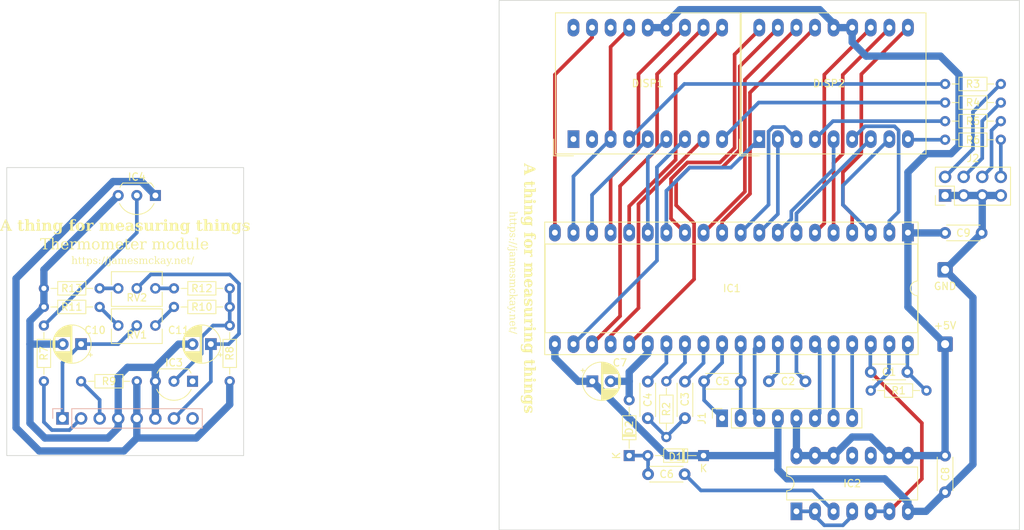
<source format=kicad_pcb>
(kicad_pcb (version 20221018) (generator pcbnew)
  (layers (0 "F.Cu" signal) (31 "B.Cu" signal) (34 "B.Paste" user) (35 "F.Paste" user) (36 "B.SilkS" user "B.Silkscreen") (37 "F.SilkS" user "F.Silkscreen") (38 "B.Mask" user) (39 "F.Mask" user) (44 "Edge.Cuts" user))
  (net 0 "")
  (net 1 "Net-(IC1-OSC3)")
  (net 2 "Net-(IC1-OSC1)")
  (net 3 "Net-(IC1-OSC2)")
  (net 4 "Net-(D2-A)")
  (net 5 "Net-(D1-A)")
  (net 6 "Net-(IC1-A-Z)")
  (net 7 "Net-(IC1-INT)")
  (net 8 "Net-(IC1-CREF-)")
  (net 9 "Net-(IC1-CREF+)")
  (net 10 "Net-(IC1-BUFF)")
  (net 11 "Net-(IC1-IN_HI)")
  (net 12 "Net-(IC1-IN_LO)")
  (net 13 "Net-(IC1-REF_HI)")
  (net 14 "Net-(IC3-K)")
  (net 15 "Net-(R10-Pad2)")
  (net 16 "Net-(R11-Pad1)")
  (net 17 "Net-(R12-Pad2)")
  (net 18 "Net-(R13-Pad1)")
  (net 19 "GND")
  (net 20 "+5V")
  (net 21 "Net-(J5-Pin_1)")
  (net 24 "Net-(DISP1-b1)")
  (net 25 "Net-(DISP1-dp1)")
  (net 26 "Net-(DISP1-d2)")
  (net 27 "Net-(DISP1-g2)")
  (net 28 "Net-(DISP1-c2)")
  (net 29 "Net-(DISP1-dp2)")
  (net 30 "Net-(DISP1-b2)")
  (net 31 "Net-(DISP1-a2)")
  (net 32 "Net-(DISP1-f2)")
  (net 34 "Net-(DISP1-g1)")
  (net 36 "Net-(DISP2-dp1)")
  (net 37 "Net-(IC1-COMMON)")
  (net 38 "Net-(IC1-REF_LO)")
  (net 39 "Net-(IC1-TEST)")
  (net 40 "Net-(J2-Pin_2)")
  (net 41 "Net-(J5-Pin_7)")
  (net 42 "Net-(DISP2-e1)")
  (net 43 "Net-(DISP2-d1)")
  (net 44 "Net-(DISP2-c1)")
  (net 45 "Net-(J2-Pin_4)")
  (net 46 "Net-(DISP2-e2)")
  (net 47 "Net-(DISP2-g2)")
  (net 48 "Net-(DISP2-c2)")
  (net 49 "Net-(DISP2-dp2)")
  (net 50 "Net-(DISP2-b2)")
  (net 51 "Net-(DISP2-a2)")
  (net 52 "Net-(DISP2-f2)")
  (net 53 "Net-(DISP2-b1)")
  (net 54 "Net-(DISP2-a1)")
  (net 55 "Net-(DISP2-g1)")
  (net 56 "Net-(DISP2-f1)")
  (net 57 "Net-(DISP1-e2)")
  (net 58 "Net-(DISP2-d2)")
  (net 59 "Net-(IC3-A)")
  (net 60 "Net-(IC2-Pad1)")
  (net 63 "Net-(IC4-+V_{S})")
  (net 64 "Net-(IC4-V_{OUT})")
  (net 65 "Net-(J5-Pin_2)")
  (net 66 "Net-(J2-Pin_6)")
  (net 67 "Net-(J2-Pin_8)")
  (net 69 "Net-(J5-Pin_3)")
  (net 70 "Net-(C3-Pad1)")
  (net 71 "Net-(C6-Pad2)")
  (footprint "Resistor_THT:R_Axial_DIN0204_L3.6mm_D1.6mm_P7.62mm_Horizontal" (layer "F.Cu") (at 80.01 78.74 180)
    (fp_text reference "R9")
    (fp_text value "27k" hide)
  )
  (footprint "Package_TO_SOT_THT:TO-92L_Inline_Wide" (layer "F.Cu") (at 82.55 53.34 180)
    (fp_text reference "IC4")
    (fp_text value "TMP36" hide)
  )
  (footprint "Resistor_THT:R_Axial_DIN0204_L3.6mm_D1.6mm_P7.62mm_Horizontal" (layer "F.Cu") (at 92.71 68.58 180)
    (fp_text reference "R10")
    (fp_text value "100k" hide)
  )
  (footprint "Connector_Wire:SolderWire-0.5sqmm_1x01_D0.9mm_OD2.1mm" (layer "F.Cu") (at 190.5 63.5)
    (fp_text reference "J4" hide)
    (fp_text value "GND")
  )
  (footprint "Capacitor_THT:C_Disc_D4.3mm_W1.9mm_P5.00mm" (layer "F.Cu") (at 180.34 77.47)
    (fp_text reference "C1")
    (fp_text value "100pF" hide)
  )
  (footprint "Package_DIP:DIP-14_W7.62mm_LongPads" (layer "F.Cu") (at 170.18 96.52 90)
    (fp_text reference "IC2")
    (fp_text value "4001" hide)
  )
  (footprint "Connector_PinSocket_2.54mm:PinSocket_1x08_P2.54mm_Vertical" (layer "F.Cu") (at 160.02 83.795 90)
    (fp_text reference "J1")
    (fp_text value "~" hide)
  )
  (footprint "Package_DIP:DIP-40_W15.24mm_Socket_LongPads" (layer "F.Cu") (at 185.42 58.42 -90)
    (fp_text reference "IC1")
    (fp_text value "ICL7107CPL" hide)
  )
  (footprint "Display_7Segment:DA56-11SURKWA" (layer "F.Cu") (at 139.7 45.6375 90)
    (fp_text reference "DISP1")
    (fp_text value "D512HDB" hide)
  )
  (footprint "Display_7Segment:DA56-11SURKWA" (layer "F.Cu") (at 165.1 45.6375 90)
    (fp_text reference "DISP2")
    (fp_text value "D512HDB" hide)
  )
  (footprint "MountingHole:MountingHole_3mm" (layer "F.Cu") (at 133.35 95.25)
    (fp_text reference "REF**" hide)
    (fp_text value "MountingHole_3mm" hide)
  )
  (footprint "Resistor_THT:R_Axial_DIN0204_L3.6mm_D1.6mm_P7.62mm_Horizontal" (layer "F.Cu") (at 190.5 40.64)
    (fp_text reference "R4")
    (fp_text value "620R" hide)
  )
  (footprint "Resistor_THT:R_Axial_DIN0204_L3.6mm_D1.6mm_P7.62mm_Horizontal" (layer "F.Cu") (at 92.71 66.04 180)
    (fp_text reference "R12")
    (fp_text value "20k" hide)
  )
  (footprint "Resistor_THT:R_Axial_DIN0204_L3.6mm_D1.6mm_P7.62mm_Horizontal" (layer "F.Cu") (at 198.12 38.1 180)
    (fp_text reference "R3")
    (fp_text value "620R" hide)
  )
  (footprint "Connector_PinHeader_2.54mm:PinHeader_2x04_P2.54mm_Vertical" (layer "F.Cu") (at 190.5 53.34 90)
    (fp_text reference "J2")
    (fp_text value "~")
  )
  (footprint "MountingHole:MountingHole_3mm" (layer "F.Cu") (at 196.85 95.25)
    (fp_text reference "REF**" hide)
    (fp_text value "MountingHole_3mm" hide)
  )
  (footprint "Capacitor_THT:CP_Radial_D5.0mm_P2.50mm" (layer "F.Cu") (at 90.13 73.66 180)
    (fp_text reference "C11")
    (fp_text value "1uF" hide)
  )
  (footprint "MountingHole:MountingHole_3mm" (layer "F.Cu") (at 180.325 53.34)
    (fp_text reference "REF**" hide)
    (fp_text value "MountingHole_3mm" hide)
  )
  (footprint "MountingHole:MountingHole_3mm" (layer "F.Cu") (at 157.48 53.34)
    (fp_text reference "REF**" hide)
    (fp_text value "MountingHole_3mm" hide)
  )
  (footprint "Capacitor_THT:CP_Radial_D5.0mm_P2.50mm" (layer "F.Cu") (at 72.39 73.66 180)
    (fp_text reference "C10")
    (fp_text value "1uF" hide)
  )
  (footprint "Capacitor_THT:C_Disc_D4.3mm_W1.9mm_P5.00mm" (layer "F.Cu") (at 149.9 91.44)
    (fp_text reference "C6")
    (fp_text value "47nF" hide)
  )
  (footprint "Resistor_THT:R_Axial_DIN0204_L3.6mm_D1.6mm_P7.62mm_Horizontal" (layer "F.Cu") (at 74.93 68.58 180)
    (fp_text reference "R11")
    (fp_text value "68k" hide)
  )
  (footprint "MountingHole:MountingHole_3mm" (layer "F.Cu") (at 196.85 30.48)
    (fp_text reference "REF**" hide)
    (fp_text value "MountingHole_3mm" hide)
  )
  (footprint "Potentiometer_THT:Potentiometer_Bourns_3266Y_Vertical" (layer "F.Cu") (at 82.55 66.04)
    (fp_text reference "RV2")
    (fp_text value "10k" hide)
  )
  (footprint "Diode_THT:D_DO-34_SOD68_P7.62mm_Horizontal" (layer "F.Cu") (at 157.48 88.9 180)
    (fp_text reference "D1")
    (fp_text value "1N4148" hide)
  )
  (footprint "MountingHole:MountingHole_3mm" (layer "F.Cu") (at 67.31 53.34)
    (fp_text reference "REF**" hide)
    (fp_text value "MountingHole_3mm" hide)
  )
  (footprint "Capacitor_THT:C_Disc_D4.3mm_W1.9mm_P5.00mm" (layer "F.Cu") (at 166.41 78.74)
    (fp_text reference "C2")
    (fp_text value "100nF" hide)
  )
  (footprint "Resistor_THT:R_Axial_DIN0204_L3.6mm_D1.6mm_P7.62mm_Horizontal" (layer "F.Cu") (at 74.93 66.04 180)
    (fp_text reference "R13")
    (fp_text value "100k" hide)
  )
  (footprint "Capacitor_THT:C_Disc_D4.3mm_W1.9mm_P5.00mm" (layer "F.Cu") (at 154.94 83.78 90)
    (fp_text reference "C3")
    (fp_text value "47nF" hide)
  )
  (footprint "Resistor_THT:R_Axial_DIN0204_L3.6mm_D1.6mm_P7.62mm_Horizontal" (layer "F.Cu") (at 67.31 71.12 -90)
    (fp_text reference "R7")
    (fp_text value "33k" hide)
  )
  (footprint "Capacitor_THT:C_Disc_D4.3mm_W1.9mm_P5.00mm" (layer "F.Cu") (at 149.86 83.78 90)
    (fp_text reference "C4")
    (fp_text value "220nF" hide)
  )
  (footprint "Diode_THT:D_DO-34_SOD68_P7.62mm_Horizontal" (layer "F.Cu") (at 147.32 88.9 90)
    (fp_text reference "D2")
    (fp_text value "1N4148" hide)
  )
  (footprint "Capacitor_THT:C_Disc_D4.3mm_W1.9mm_P5.00mm" (layer "F.Cu") (at 190.5 58.46)
    (fp_text reference "C9")
    (fp_text value "47nF" hide)
  )
  (footprint "Capacitor_THT:CP_Radial_D5.0mm_P2.50mm" (layer "F.Cu") (at 142.28 78.74)
    (fp_text reference "C7")
    (fp_text value "10uF" hide)
  )
  (footprint "Capacitor_THT:C_Disc_D4.3mm_W1.9mm_P5.00mm" (layer "F.Cu") (at 157.56 78.74)
    (fp_text reference "C5")
    (fp_text value "10nF" hide)
  )
  (footprint "Package_TO_SOT_THT:TO-92L_Inline_Wide" (layer "F.Cu") (at 87.63 78.74 180)
    (fp_text reference "IC3")
    (fp_text value "LM285Z-1.2" hide)
  )
  (footprint "Potentiometer_THT:Potentiometer_Bourns_3266Y_Vertical" (layer "F.Cu") (at 82.55 71.12)
    (fp_text reference "RV1")
    (fp_text value "10k" hide)
  )
  (footprint "MountingHole:MountingHole_3mm" (layer "F.Cu") (at 90.17 53.34)
    (fp_text reference "REF**" hide)
    (fp_text value "MountingHole_3mm" hide)
  )
  (footprint "MountingHole:MountingHole_3mm" (layer "F.Cu") (at 133.35 30.48)
    (fp_text reference "REF**" hide)
    (fp_text value "MountingHole_3mm" hide)
  )
  (footprint "Resistor_THT:R_Axial_DIN0204_L3.6mm_D1.6mm_P7.62mm_Horizontal" (layer "F.Cu") (at 190.5 45.72)
    (fp_text reference "R6")
    (fp_text value "620R" hide)
  )
  (footprint "Resistor_THT:R_Axial_DIN0204_L3.6mm_D1.6mm_P7.62mm_Horizontal" (layer "F.Cu") (at 92.71 78.74 90)
    (fp_text reference "R8")
    (fp_text value "150k" hide)
  )
  (footprint "Resistor_THT:R_Axial_DIN0204_L3.6mm_D1.6mm_P7.62mm_Horizontal" (layer "F.Cu") (at 152.4 78.74 -90)
    (fp_text reference "R2")
    (fp_text value "470k" hide)
  )
  (footprint "Resistor_THT:R_Axial_DIN0204_L3.6mm_D1.6mm_P7.62mm_Horizontal" (layer "F.Cu") (at 180.34 80.01)
    (fp_text reference "R1")
    (fp_text value "100k" hide)
  )
  (footprint "Capacitor_THT:C_Disc_D4.3mm_W1.9mm_P5.00mm" (layer "F.Cu") (at 190.5 88.9 -90)
    (fp_text reference "C8")
    (fp_text value "47nF" hide)
  )
  (footprint "Connector_Wire:SolderWire-0.5sqmm_1x01_D0.9mm_OD2.1mm" (layer "F.Cu") (at 190.5 73.66)
    (fp_text reference "J3" hide)
    (fp_text value "+5V")
  )
  (footprint "Resistor_THT:R_Axial_DIN0204_L3.6mm_D1.6mm_P7.62mm_Horizontal" (layer "F.Cu") (at 190.5 43.18)
    (fp_text reference "R5")
    (fp_text value "620R" hide)
  )
  (footprint "Connector_PinHeader_2.54mm:PinHeader_1x08_P2.54mm_Vertical" (layer "B.Cu") (at 69.85 83.82 -90)
    (fp_text reference "J5" hide)
    (fp_text value "~")
  )
  (gr_rect (start 129.54 26.67) (end 200.66 99.06) (stroke (width 0.1)) (fill none) (layer "Edge.Cuts"))
  (gr_rect (start 62.23 49.53) (end 94.615 88.9) (stroke (width 0.1)) (fill none) (layer "Edge.Cuts"))
  (gr_text "A thing for measuring things" (at 132.715 48.932167 -90) (layer "F.SilkS") (effects (font (size 1.5 1.5) (thickness 0.3) bold) (justify left bottom)))
  (gr_text "https://jamesmckay.net/" (at 71.050274 62.865) (layer "F.SilkS") (effects (font (size 1 1) (thickness 0.125)) (justify left bottom)))
  (gr_text "https://jamesmckay.net/" (at 130.81 55.492774 -90) (layer "F.SilkS") (effects (font (size 1 1) (thickness 0.125)) (justify left bottom)))
  (gr_text "Thermometer module" (at 78.32875 60.96) (layer "F.SilkS") (effects (font (size 1.5 1.5) (thickness 0.1875) italic) (justify bottom)))
  (gr_text "A thing for measuring things" (at 78.4225 58.42) (layer "F.SilkS") (effects (font (size 1.5 1.5) (thickness 0.3) bold) (justify bottom)))
  (segment (start 180.34 77.47) (end 187.325 84.455) (width 0.5) (layer "F.Cu") (net 1))
  (segment (start 187.325 92.075) (end 182.88 96.52) (width 0.5) (layer "F.Cu") (net 1))
  (segment (start 187.325 84.455) (end 187.325 92.075) (width 0.5) (layer "F.Cu") (net 1))
  (segment (start 180.2825 73.66) (end 180.2825 77.4125) (width 0.5) (layer "B.Cu") (net 1))
  (segment (start 180.34 96.52) (end 182.88 96.52) (width 0.5) (layer "B.Cu") (net 1))
  (segment (start 187.96 80.09) (end 185.34 77.47) (width 0.5) (layer "B.Cu") (net 2))
  (segment (start 185.34 73.6825) (end 185.34 77.47) (width 0.5) (layer "B.Cu") (net 2))
  (segment (start 182.8225 77.5275) (end 180.34 80.01) (width 0.5) (layer "B.Cu") (net 3))
  (segment (start 182.8225 73.66) (end 182.8225 77.5275) (width 0.5) (layer "B.Cu") (net 3))
  (segment (start 147.32 78.74) (end 147.32 77.47) (width 1) (layer "B.Cu") (net 4))
  (segment (start 144.78 78.74) (end 147.32 78.74) (width 1) (layer "B.Cu") (net 4))
  (segment (start 149.86 74.93) (end 149.86 73.66) (width 1) (layer "B.Cu") (net 4))
  (segment (start 147.32 81.28) (end 147.32 78.74) (width 1) (layer "B.Cu") (net 4))
  (segment (start 147.32 77.47) (end 149.86 74.93) (width 1) (layer "B.Cu") (net 4))
  (segment (start 149.9 91.44) (end 149.9 88.94) (width 0.5) (layer "B.Cu") (net 5))
  (segment (start 147.32 88.9) (end 149.86 88.9) (width 0.5) (layer "B.Cu") (net 5))
  (segment (start 154.94 78.78) (end 157.48 76.24) (width 0.5) (layer "B.Cu") (net 6))
  (segment (start 157.48 76.24) (end 157.48 73.66) (width 0.5) (layer "B.Cu") (net 6))
  (segment (start 149.86 78.78) (end 152.4 76.24) (width 0.5) (layer "B.Cu") (net 7))
  (segment (start 152.4 76.24) (end 152.4 73.66) (width 0.5) (layer "B.Cu") (net 7))
  (segment (start 167.64 73.66) (end 167.64 77.51) (width 0.5) (layer "B.Cu") (net 8))
  (segment (start 167.64 77.51) (end 166.41 78.74) (width 0.5) (layer "B.Cu") (net 8))
  (segment (start 170.18 77.508125) (end 171.41 78.738125) (width 0.5) (layer "B.Cu") (net 9))
  (segment (start 170.18 73.7325) (end 170.18 77.508125) (width 0.5) (layer "B.Cu") (net 9))
  (segment (start 152.4 78.74) (end 154.94 76.2) (width 0.5) (layer "B.Cu") (net 10))
  (segment (start 154.94 76.2) (end 154.94 73.66) (width 0.5) (layer "B.Cu") (net 10))
  (segment (start 162.56 73.66) (end 162.56 83.795) (width 0.5) (layer "B.Cu") (net 11))
  (segment (start 160.02 76.2) (end 157.56 78.66) (width 0.5) (layer "B.Cu") (net 12))
  (segment (start 160.02 73.66) (end 160.02 76.2) (width 0.5) (layer "B.Cu") (net 12))
  (segment (start 157.56 78.66) (end 157.56 81.335) (width 0.5) (layer "B.Cu") (net 12))
  (segment (start 157.56 81.335) (end 160.02 83.795) (width 0.5) (layer "B.Cu") (net 12))
  (segment (start 175.26 73.66) (end 175.26 83.7375) (width 0.5) (layer "B.Cu") (net 13))
  (segment (start 85.09 78.74) (end 88.88 74.95) (width 0.5) (layer "B.Cu") (net 14))
  (segment (start 90.433604 71.12) (end 92.435 71.12) (width 0.5) (layer "B.Cu") (net 14))
  (segment (start 88.88 72.673604) (end 90.433604 71.12) (width 0.5) (layer "B.Cu") (net 14))
  (segment (start 92.71 66.04) (end 92.71 71.12) (width 0.5) (layer "B.Cu") (net 14))
  (segment (start 88.88 74.95) (end 88.88 72.673604) (width 0.5) (layer "B.Cu") (net 14))
  (segment (start 82.55 71.12) (end 85.09 68.58) (width 0.5) (layer "B.Cu") (net 15))
  (segment (start 77.47 71.12) (end 74.93 68.58) (width 0.5) (layer "B.Cu") (net 16))
  (segment (start 82.55 66.04) (end 85.09 66.04) (width 0.5) (layer "B.Cu") (net 17))
  (segment (start 74.93 66.04) (end 77.47 66.04) (width 0.5) (layer "B.Cu") (net 18))
  (segment (start 195.58 53.34) (end 195.58 58.38) (width 1) (layer "B.Cu") (net 19))
  (segment (start 187.88 96.52) (end 190.5 93.9) (width 1) (layer "B.Cu") (net 19))
  (segment (start 157.48 88.9) (end 152.44 88.9) (width 1) (layer "B.Cu") (net 19))
  (segment (start 185.42 96.52) (end 185.42 95.25) (width 1) (layer "B.Cu") (net 19))
  (segment (start 194.31 67.31) (end 194.31 90.09) (width 1) (layer "B.Cu") (net 19))
  (segment (start 142.28 78.74) (end 140.335 78.74) (width 1) (layer "B.Cu") (net 19))
  (segment (start 167.64 88.9) (end 167.64 83.795) (width 1) (layer "B.Cu") (net 19))
  (segment (start 167.64 90.805) (end 167.64 88.9) (width 1) (layer "B.Cu") (net 19))
  (segment (start 137.16 75.565) (end 137.16 73.66) (width 1) (layer "B.Cu") (net 19))
  (segment (start 185.42 95.25) (end 182.245 92.075) (width 1) (layer "B.Cu") (net 19))
  (segment (start 195.5 58.5) (end 190.5 63.5) (width 1) (layer "B.Cu") (net 19))
  (segment (start 140.335 78.74) (end 137.16 75.565) (width 1) (layer "B.Cu") (net 19))
  (segment (start 185.42 96.52) (end 187.88 96.52) (width 1) (layer "B.Cu") (net 19))
  (segment (start 190.5 63.5) (end 194.31 67.31) (width 1) (layer "B.Cu") (net 19))
  (segment (start 157.48 88.9) (end 167.64 88.9) (width 1) (layer "B.Cu") (net 19))
  (segment (start 190.5 53.34) (end 198.12 53.34) (width 1) (layer "B.Cu") (net 19))
  (segment (start 168.91 92.075) (end 167.64 90.805) (width 1) (layer "B.Cu") (net 19))
  (segment (start 152.44 88.9) (end 142.28 78.74) (width 1) (layer "B.Cu") (net 19))
  (segment (start 194.31 90.09) (end 190.5 93.9) (width 1) (layer "B.Cu") (net 19))
  (segment (start 182.245 92.075) (end 168.91 92.075) (width 1) (layer "B.Cu") (net 19))
  (segment (start 185.42 88.9) (end 190.5 88.9) (width 1) (layer "B.Cu") (net 20))
  (segment (start 187.96 47.625) (end 185.42 50.165) (width 1) (layer "B.Cu") (net 20))
  (segment (start 177.8 32.385) (end 179.705 34.29) (width 1) (layer "B.Cu") (net 20))
  (segment (start 177.8 86.36) (end 180.34 86.36) (width 1) (layer "B.Cu") (net 20))
  (segment (start 192.405 36.83) (end 192.405 46.532024) (width 1) (layer "B.Cu") (net 20))
  (segment (start 190.5 73.66) (end 185.42 68.58) (width 1) (layer "B.Cu") (net 20))
  (segment (start 185.42 68.58) (end 185.42 58.42) (width 1) (layer "B.Cu") (net 20))
  (segment (start 185.46 58.46) (end 190.5 58.46) (width 1) (layer "B.Cu") (net 20))
  (segment (start 192.405 46.532024) (end 191.312024 47.625) (width 1) (layer "B.Cu") (net 20))
  (segment (start 180.34 86.36) (end 182.88 88.9) (width 1) (layer "B.Cu") (net 20))
  (segment (start 175.26 88.9) (end 177.8 86.36) (width 1) (layer "B.Cu") (net 20))
  (segment (start 170.18 88.9) (end 175.26 88.9) (width 1) (layer "B.Cu") (net 20))
  (segment (start 173.355 27.94) (end 175.26 29.845) (width 1) (layer "B.Cu") (net 20))
  (segment (start 185.42 50.165) (end 185.42 58.42) (width 1) (layer "B.Cu") (net 20))
  (segment (start 189.865 34.29) (end 192.405 36.83) (width 1) (layer "B.Cu") (net 20))
  (segment (start 179.705 34.29) (end 189.865 34.29) (width 1) (layer "B.Cu") (net 20))
  (segment (start 182.88 88.9) (end 185.42 88.9) (width 1) (layer "B.Cu") (net 20))
  (segment (start 190.5 73.66) (end 190.5 88.9) (width 1) (layer "B.Cu") (net 20))
  (segment (start 177.8 30.3975) (end 177.8 32.385) (width 1) (layer "B.Cu") (net 20))
  (segment (start 154.26375 27.94) (end 173.355 27.94) (width 1) (layer "B.Cu") (net 20))
  (segment (start 152.4 29.80375) (end 154.26375 27.94) (width 1) (layer "B.Cu") (net 20))
  (segment (start 149.86 30.3975) (end 152.4 30.3975) (width 1) (layer "B.Cu") (net 20))
  (segment (start 170.18 83.795) (end 170.18 88.9) (width 1) (layer "B.Cu") (net 20))
  (segment (start 191.312024 47.625) (end 187.96 47.625) (width 1) (layer "B.Cu") (net 20))
  (segment (start 175.26 30.3975) (end 177.8 30.3975) (width 1) (layer "B.Cu") (net 20))
  (segment (start 69.85 76.2) (end 69.85 83.82) (width 0.5) (layer "B.Cu") (net 21))
  (segment (start 77.47 73.66) (end 72.39 73.66) (width 0.5) (layer "B.Cu") (net 21))
  (segment (start 72.39 73.66) (end 69.85 76.2) (width 0.5) (layer "B.Cu") (net 21))
  (segment (start 80.01 71.12) (end 77.47 73.66) (width 0.5) (layer "B.Cu") (net 21))
  (segment (start 144.78 33.02) (end 144.78 44.45) (width 0.5) (layer "F.Cu") (net 24))
  (segment (start 147.32 30.48) (end 144.78 33.02) (width 0.5) (layer "F.Cu") (net 24))
  (segment (start 139.7 58.42) (end 139.7 50.7175) (width 0.5) (layer "B.Cu") (net 24))
  (segment (start 139.7 50.7175) (end 144.78 45.6375) (width 0.5) (layer "B.Cu") (net 24))
  (segment (start 154.8575 38.1) (end 147.32 45.6375) (width 0.5) (layer "B.Cu") (net 25))
  (segment (start 190.5 38.1) (end 154.8575 38.1) (width 0.5) (layer "B.Cu") (net 25))
  (segment (start 149.86 48.1775) (end 149.86 58.42) (width 0.5) (layer "B.Cu") (net 26))
  (segment (start 152.4 45.6375) (end 149.86 48.1775) (width 0.5) (layer "B.Cu") (net 26))
  (segment (start 151.11 49.4675) (end 151.11 62.25) (width 0.5) (layer "B.Cu") (net 27))
  (segment (start 154.94 45.6375) (end 151.11 49.4675) (width 0.5) (layer "B.Cu") (net 27))
  (segment (start 151.11 62.25) (end 139.7 73.66) (width 0.5) (layer "B.Cu") (net 27))
  (segment (start 144.78 72.54875) (end 144.78 73.66) (width 0.5) (layer "F.Cu") (net 28))
  (segment (start 148.59 54.5275) (end 148.59 68.73875) (width 0.5) (layer "F.Cu") (net 28))
  (segment (start 157.48 45.6375) (end 148.59 54.5275) (width 0.5) (layer "F.Cu") (net 28))
  (segment (start 148.59 68.73875) (end 144.78 72.54875) (width 0.5) (layer "F.Cu") (net 28))
  (segment (start 160.02 45.6375) (end 165.0175 40.64) (width 0.5) (layer "B.Cu") (net 29))
  (segment (start 165.0175 40.64) (end 190.5 40.64) (width 0.5) (layer "B.Cu") (net 29))
  (segment (start 147.32 54.80755) (end 153.67 48.45755) (width 0.5) (layer "F.Cu") (net 30))
  (segment (start 147.32 58.42) (end 147.32 54.80755) (width 0.5) (layer "F.Cu") (net 30))
  (segment (start 153.67 48.45755) (end 153.67 36.7475) (width 0.5) (layer "F.Cu") (net 30))
  (segment (start 153.67 36.7475) (end 160.02 30.3975) (width 0.5) (layer "F.Cu") (net 30))
  (segment (start 151.13 46.99) (end 151.13 36.7475) (width 0.5) (layer "F.Cu") (net 31))
  (segment (start 146.07 69.83) (end 146.07 52.05) (width 0.5) (layer "F.Cu") (net 31))
  (segment (start 142.24 73.66) (end 146.07 69.83) (width 0.5) (layer "F.Cu") (net 31))
  (segment (start 146.07 52.05) (end 151.13 46.99) (width 0.5) (layer "F.Cu") (net 31))
  (segment (start 151.13 36.7475) (end 157.48 30.3975) (width 0.5) (layer "F.Cu") (net 31))
  (segment (start 144.78 50.8) (end 144.78 58.42) (width 0.5) (layer "F.Cu") (net 32))
  (segment (start 154.94 30.3975) (end 148.59 36.7475) (width 0.5) (layer "F.Cu") (net 32))
  (segment (start 148.59 46.99) (end 144.78 50.8) (width 0.5) (layer "F.Cu") (net 32))
  (segment (start 148.59 36.7475) (end 148.59 46.99) (width 0.5) (layer "F.Cu") (net 32))
  (segment (start 142.24 31.75) (end 137.16 36.83) (width 0.5) (layer "F.Cu") (net 34))
  (segment (start 142.24 30.3975) (end 142.24 31.75) (width 0.5) (layer "F.Cu") (net 34))
  (segment (start 137.16 36.83) (end 137.16 58.42) (width 0.5) (layer "F.Cu") (net 34))
  (segment (start 175.1775 43.18) (end 172.72 45.6375) (width 0.5) (layer "B.Cu") (net 36))
  (segment (start 175.1775 43.18) (end 190.5 43.18) (width 0.5) (layer "B.Cu") (net 36))
  (segment (start 164.465 74.295) (end 164.465 83.16) (width 0.5) (layer "B.Cu") (net 37))
  (segment (start 165.1 73.66) (end 164.465 74.295) (width 0.5) (layer "B.Cu") (net 37))
  (segment (start 164.465 83.16) (end 165.1 83.795) (width 0.5) (layer "B.Cu") (net 37))
  (segment (start 173.355 74.295) (end 173.355 83.1025) (width 0.5) (layer "B.Cu") (net 38))
  (segment (start 172.72 73.66) (end 173.355 74.295) (width 0.5) (layer "B.Cu") (net 38))
  (segment (start 173.355 83.1025) (end 172.6625 83.795) (width 0.5) (layer "B.Cu") (net 38))
  (segment (start 177.8 73.7325) (end 177.8 83.7375) (width 0.5) (layer "B.Cu") (net 39))
  (segment (start 190.5 50.8) (end 194.31 46.99) (width 0.5) (layer "B.Cu") (net 40))
  (segment (start 194.31 41.91) (end 198.12 38.1) (width 0.5) (layer "B.Cu") (net 40))
  (segment (start 194.31 46.99) (end 194.31 41.91) (width 0.5) (layer "B.Cu") (net 40))
  (segment (start 90.13 73.66) (end 90.13 78.78) (width 0.5) (layer "B.Cu") (net 41))
  (segment (start 90.13 78.78) (end 85.09 83.82) (width 0.5) (layer "B.Cu") (net 41))
  (segment (start 81.915 64.135) (end 92.71 64.135) (width 0.5) (layer "B.Cu") (net 41))
  (segment (start 92.71 64.135) (end 93.98 65.405) (width 0.5) (layer "B.Cu") (net 41))
  (segment (start 93.98 65.405) (end 93.98 72.24977) (width 0.5) (layer "B.Cu") (net 41))
  (segment (start 92.56977 73.66) (end 90.13 73.66) (width 0.5) (layer "B.Cu") (net 41))
  (segment (start 93.98 72.24977) (end 92.56977 73.66) (width 0.5) (layer "B.Cu") (net 41))
  (segment (start 80.01 66.04) (end 81.915 64.135) (width 0.5) (layer "B.Cu") (net 41))
  (segment (start 152.4 52.705) (end 155.575 49.53) (width 0.5) (layer "B.Cu") (net 42))
  (segment (start 152.4 58.42) (end 152.4 52.705) (width 0.5) (layer "B.Cu") (net 42))
  (segment (start 161.2075 49.53) (end 165.1 45.6375) (width 0.5) (layer "B.Cu") (net 42))
  (segment (start 155.575 49.53) (end 161.2075 49.53) (width 0.5) (layer "B.Cu") (net 42))
  (segment (start 167.64 55.88) (end 165.1 58.42) (width 0.5) (layer "B.Cu") (net 43))
  (segment (start 167.64 45.6375) (end 167.64 55.88) (width 0.5) (layer "B.Cu") (net 43))
  (segment (start 162.56 58.42) (end 166.37 54.61) (width 0.5) (layer "B.Cu") (net 44))
  (segment (start 166.980923 43.9875) (end 168.53 43.9875) (width 0.5) (layer "B.Cu") (net 44))
  (segment (start 168.53 43.9875) (end 170.18 45.6375) (width 0.5) (layer "B.Cu") (net 44))
  (segment (start 166.37 54.61) (end 166.37 44.598423) (width 0.5) (layer "B.Cu") (net 44))
  (segment (start 166.37 44.598423) (end 166.980923 43.9875) (width 0.5) (layer "B.Cu") (net 44))
  (segment (start 195.58 48.26) (end 195.58 43.18) (width 0.5) (layer "B.Cu") (net 45))
  (segment (start 193.04 50.8) (end 195.58 48.26) (width 0.5) (layer "B.Cu") (net 45))
  (segment (start 195.58 43.18) (end 198.12 40.64) (width 0.5) (layer "B.Cu") (net 45))
  (segment (start 169.48 56.58) (end 169.48 55.50755) (width 0.5) (layer "B.Cu") (net 46))
  (segment (start 169.48 55.50755) (end 175.26 49.72755) (width 0.5) (layer "B.Cu") (net 46))
  (segment (start 175.26 49.72755) (end 175.26 45.6375) (width 0.5) (layer "B.Cu") (net 46))
  (segment (start 167.64 58.42) (end 169.48 56.58) (width 0.5) (layer "B.Cu") (net 46))
  (segment (start 170.18 58.42) (end 170.18 55.7975) (width 0.5) (layer "B.Cu") (net 47))
  (segment (start 170.18 55.7975) (end 180.34 45.6375) (width 0.5) (layer "B.Cu") (net 47))
  (segment (start 176.53 51.9875) (end 176.53 54.61) (width 0.5) (layer "B.Cu") (net 48))
  (segment (start 182.88 45.6375) (end 176.53 51.9875) (width 0.5) (layer "B.Cu") (net 48))
  (segment (start 176.53 54.61) (end 180.34 58.42) (width 0.5) (layer "B.Cu") (net 48))
  (segment (start 185.42 45.72) (end 190.5 45.72) (width 0.5) (layer "B.Cu") (net 49))
  (segment (start 176.53 54.61) (end 176.53 50.165) (width 0.5) (layer "F.Cu") (net 50))
  (segment (start 177.8 58.42) (end 177.8 55.88) (width 0.5) (layer "F.Cu") (net 50))
  (segment (start 179.05 36.7675) (end 185.42 30.3975) (width 0.5) (layer "F.Cu") (net 50))
  (segment (start 177.8 55.88) (end 176.53 54.61) (width 0.5) (layer "F.Cu") (net 50))
  (segment (start 176.53 50.165) (end 179.05 47.645) (width 0.5) (layer "F.Cu") (net 50))
  (segment (start 179.05 47.645) (end 179.05 36.7675) (width 0.5) (layer "F.Cu") (net 50))
  (segment (start 175.26 48.895) (end 175.26 58.42) (width 0.5) (layer "F.Cu") (net 51))
  (segment (start 176.51 47.645) (end 175.26 48.895) (width 0.5) (layer "F.Cu") (net 51))
  (segment (start 176.51 36.85) (end 176.51 47.645) (width 0.5) (layer "F.Cu") (net 51))
  (segment (start 182.88 30.48) (end 176.51 36.85) (width 0.5) (layer "F.Cu") (net 51))
  (segment (start 173.99 57.15) (end 172.72 58.42) (width 0.5) (layer "F.Cu") (net 52))
  (segment (start 173.99 36.83) (end 173.99 57.15) (width 0.5) (layer "F.Cu") (net 52))
  (segment (start 180.34 30.48) (end 173.99 36.83) (width 0.5) (layer "F.Cu") (net 52))
  (segment (start 160.02 56.919598) (end 160.02 58.42) (width 0.5) (layer "F.Cu") (net 53))
  (segment (start 163.83 53.109598) (end 160.02 56.919598) (width 0.5) (layer "F.Cu") (net 53))
  (segment (start 163.83 39.2875) (end 163.83 53.109598) (width 0.5) (layer "F.Cu") (net 53))
  (segment (start 172.72 30.3975) (end 163.83 39.2875) (width 0.5) (layer "F.Cu") (net 53))
  (segment (start 163.13 37.53) (end 163.13 52.819648) (width 0.5) (layer "F.Cu") (net 54))
  (segment (start 163.13 52.819648) (end 157.529648 58.42) (width 0.5) (layer "F.Cu") (net 54))
  (segment (start 170.18 30.48) (end 163.13 37.53) (width 0.5) (layer "F.Cu") (net 54))
  (segment (start 153.735 51.3624) (end 153.735 54.675) (width 0.5) (layer "F.Cu") (net 55))
  (segment (start 155.5674 49.53) (end 153.735 51.3624) (width 0.5) (layer "F.Cu") (net 55))
  (segment (start 153.735 54.675) (end 156.19 57.13) (width 0.5) (layer "F.Cu") (net 55))
  (segment (start 156.19 64.79) (end 147.32 73.66) (width 0.5) (layer "F.Cu") (net 55))
  (segment (start 156.19 57.13) (end 156.19 64.79) (width 0.5) (layer "F.Cu") (net 55))
  (segment (start 162.43 35.69) (end 162.43 47.12) (width 0.5) (layer "F.Cu") (net 55))
  (segment (start 167.64 30.48) (end 162.43 35.69) (width 0.5) (layer "F.Cu") (net 55))
  (segment (start 162.43 47.12) (end 160.02 49.53) (width 0.5) (layer "F.Cu") (net 55))
  (segment (start 160.02 49.53) (end 155.5674 49.53) (width 0.5) (layer "F.Cu") (net 55))
  (segment (start 153.035 51.07245) (end 153.035 56.515) (width 0.5) (layer "F.Cu") (net 56))
  (segment (start 161.73 46.83005) (end 159.73005 48.83) (width 0.5) (layer "F.Cu") (net 56))
  (segment (start 153.035 56.515) (end 154.94 58.42) (width 0.5) (layer "F.Cu") (net 56))
  (segment (start 159.73005 48.83) (end 155.27745 48.83) (width 0.5) (layer "F.Cu") (net 56))
  (segment (start 161.73 34.05515) (end 161.73 46.83005) (width 0.5) (layer "F.Cu") (net 56))
  (segment (start 155.27745 48.83) (end 153.035 51.07245) (width 0.5) (layer "F.Cu") (net 56))
  (segment (start 165.1 30.68515) (end 161.73 34.05515) (width 0.5) (layer "F.Cu") (net 56))
  (segment (start 142.24 58.42) (end 142.24 53.2575) (width 0.5) (layer "B.Cu") (net 57))
  (segment (start 142.24 53.2575) (end 149.86 45.6375) (width 0.5) (layer "B.Cu") (net 57))
  (segment (start 184.15 55.5625) (end 184.15 44.45) (width 0.5) (layer "B.Cu") (net 58))
  (segment (start 182.88 58.42) (end 182.88 56.8325) (width 0.5) (layer "B.Cu") (net 58))
  (segment (start 183.58 43.88) (end 179.5575 43.88) (width 0.5) (layer "B.Cu") (net 58))
  (segment (start 182.88 56.8325) (end 184.15 55.5625) (width 0.5) (layer "B.Cu") (net 58))
  (segment (start 184.15 44.45) (end 183.58 43.88) (width 0.5) (layer "B.Cu") (net 58))
  (segment (start 179.5575 43.88) (end 177.8 45.6375) (width 0.5) (layer "B.Cu") (net 58))
  (segment (start 82.55 77.345104) (end 82.55 83.82) (width 1) (layer "B.Cu") (net 59))
  (segment (start 65.405 73.66) (end 65.405 84.455) (width 1) (layer "B.Cu") (net 59))
  (segment (start 67.31 68.58) (end 65.405 70.485) (width 1) (layer "B.Cu") (net 59))
  (segment (start 77.47 85.09) (end 77.47 83.82) (width 1) (layer "B.Cu") (net 59))
  (segment (start 82.55 78.74) (end 82.55 77.345104) (width 1) (layer "B.Cu") (net 59))
  (segment (start 67.31 68.58) (end 67.31 66.04) (width 1) (layer "B.Cu") (net 59))
  (segment (start 69.89 73.66) (end 65.405 73.66) (width 1) (layer "B.Cu") (net 59))
  (segment (start 85.725 73.66) (end 87.63 73.66) (width 1) (layer "B.Cu") (net 59))
  (segment (start 77.47 83.82) (end 77.47 78.105) (width 1) (layer "B.Cu") (net 59))
  (segment (start 82.55 76.835) (end 85.725 73.66) (width 1) (layer "B.Cu") (net 59))
  (segment (start 82.55 77.345104) (end 82.55 76.835) (width 1) (layer "B.Cu") (net 59))
  (segment (start 67.31 63.5) (end 77.47 53.34) (width 1) (layer "B.Cu") (net 59))
  (segment (start 76.065 86.495) (end 77.47 85.09) (width 1) (layer "B.Cu") (net 59))
  (segment (start 67.31 66.04) (end 67.31 63.5) (width 1) (layer "B.Cu") (net 59))
  (segment (start 65.405 84.455) (end 67.445 86.495) (width 1) (layer "B.Cu") (net 59))
  (segment (start 77.47 78.105) (end 78.74 76.835) (width 1) (layer "B.Cu") (net 59))
  (segment (start 78.74 76.835) (end 82.55 76.835) (width 1) (layer "B.Cu") (net 59))
  (segment (start 65.405 70.485) (end 65.405 73.66) (width 1) (layer "B.Cu") (net 59))
  (segment (start 67.445 86.495) (end 76.065 86.495) (width 1) (layer "B.Cu") (net 59))
  (segment (start 170.18 96.52) (end 172.72 96.52) (width 0.5) (layer "B.Cu") (net 60))
  (segment (start 176.53 98.425) (end 173.99 98.425) (width 0.5) (layer "B.Cu") (net 60))
  (segment (start 177.8 97.155) (end 176.53 98.425) (width 0.5) (layer "B.Cu") (net 60))
  (segment (start 173.99 98.425) (end 172.72 97.155) (width 0.5) (layer "B.Cu") (net 60))
  (segment (start 80.01 86.495) (end 88.13 86.495) (width 1) (layer "B.Cu") (net 63))
  (segment (start 76.765529 51.435) (end 80.645 51.435) (width 1) (layer "B.Cu") (net 63))
  (segment (start 80.01 78.74) (end 80.01 83.86) (width 1) (layer "B.Cu") (net 63))
  (segment (start 63.5 64.700529) (end 76.765529 51.435) (width 1) (layer "B.Cu") (net 63))
  (segment (start 80.645 51.435) (end 82.55 53.34) (width 1) (layer "B.Cu") (net 63))
  (segment (start 80.01 86.495) (end 78.24 88.265) (width 1) (layer "B.Cu") (net 63))
  (segment (start 88.13 86.495) (end 92.71 81.915) (width 1) (layer "B.Cu") (net 63))
  (segment (start 80.01 83.82) (end 80.01 86.495) (width 1) (layer "B.Cu") (net 63))
  (segment (start 92.71 81.915) (end 92.71 78.74) (width 1) (layer "B.Cu") (net 63))
  (segment (start 66.675 88.265) (end 63.5 85.09) (width 1) (layer "B.Cu") (net 63))
  (segment (start 63.5 85.09) (end 63.5 64.700529) (width 1) (layer "B.Cu") (net 63))
  (segment (start 78.24 88.265) (end 66.675 88.265) (width 1) (layer "B.Cu") (net 63))
  (segment (start 67.31 71.12) (end 80.01 58.42) (width 0.5) (layer "B.Cu") (net 64))
  (segment (start 80.01 58.42) (end 80.01 53.34) (width 0.5) (layer "B.Cu") (net 64))
  (segment (start 68.403553 85.41) (end 67.31 84.316447) (width 0.5) (layer "B.Cu") (net 65))
  (segment (start 67.31 84.316447) (end 67.31 78.74) (width 0.5) (layer "B.Cu") (net 65))
  (segment (start 70.8 85.41) (end 68.403553 85.41) (width 0.5) (layer "B.Cu") (net 65))
  (segment (start 72.39 83.82) (end 70.8 85.41) (width 0.5) (layer "B.Cu") (net 65))
  (segment (start 196.85 49.53) (end 196.85 44.45) (width 0.5) (layer "B.Cu") (net 66))
  (segment (start 195.58 50.8) (end 196.85 49.53) (width 0.5) (layer "B.Cu") (net 66))
  (segment (start 196.85 44.45) (end 198.12 43.18) (width 0.5) (layer "B.Cu") (net 66))
  (segment (start 198.12 50.8) (end 198.12 45.72) (width 0.5) (layer "B.Cu") (net 67))
  (segment (start 72.39 78.74) (end 74.93 81.28) (width 0.5) (layer "B.Cu") (net 69))
  (segment (start 74.93 81.28) (end 74.93 83.82) (width 0.5) (layer "B.Cu") (net 69))
  (segment (start 152.4 86.32) (end 154.94 83.78) (width 0.5) (layer "B.Cu") (net 70))
  (segment (start 149.86 83.82) (end 152.4 86.36) (width 0.5) (layer "B.Cu") (net 70))
  (segment (start 157.12 93.66) (end 154.9 91.44) (width 0.5) (layer "B.Cu") (net 71))
  (segment (start 175.26 96.52) (end 172.4 93.66) (width 0.5) (layer "B.Cu") (net 71))
  (segment (start 172.4 93.66) (end 157.12 93.66) (width 0.5) (layer "B.Cu") (net 71))
)
</source>
